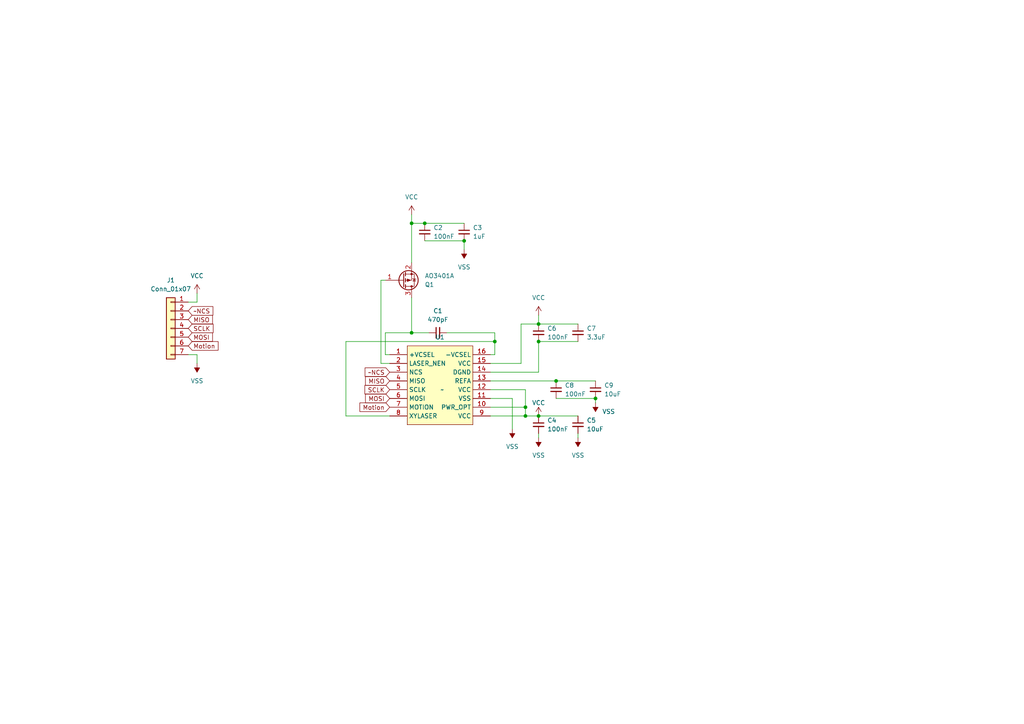
<source format=kicad_sch>
(kicad_sch (version 20230121) (generator eeschema)
  (paper "A4")
  (lib_symbols
    (symbol "Connector_Generic:Conn_01x07" (pin_names (offset 1.016) hide)
      (property "Reference" "J" (at 0 10.16 0))
      (property "Value" "Conn_01x07" (at 0 -10.16 0))
      (symbol "Conn_01x07_1_1"
        (rectangle (start -1.27 -7.493) (end 0 -7.747) (stroke (width 0.1524)))
        (rectangle (start -1.27 -4.953) (end 0 -5.207) (stroke (width 0.1524)))
        (rectangle (start -1.27 -2.413) (end 0 -2.667) (stroke (width 0.1524)))
        (rectangle (start -1.27 0.127) (end 0 -0.127) (stroke (width 0.1524)))
        (rectangle (start -1.27 2.667) (end 0 2.413) (stroke (width 0.1524)))
        (rectangle (start -1.27 5.207) (end 0 4.953) (stroke (width 0.1524)))
        (rectangle (start -1.27 7.747) (end 0 7.493) (stroke (width 0.1524)))
        (rectangle (start -1.27 8.89) (end 1.27 -8.89) (stroke (width 0.254)) (fill (type background)))
        (pin passive line (at -5.08 7.62 0) (length 3.81) (name "Pin_1") (number "1"))
        (pin passive line (at -5.08 5.08 0) (length 3.81) (name "Pin_2") (number "2"))
        (pin passive line (at -5.08 2.54 0) (length 3.81) (name "Pin_3") (number "3"))
        (pin passive line (at -5.08 0 0) (length 3.81) (name "Pin_4") (number "4"))
        (pin passive line (at -5.08 -2.54 0) (length 3.81) (name "Pin_5") (number "5"))
        (pin passive line (at -5.08 -5.08 0) (length 3.81) (name "Pin_6") (number "6"))
        (pin passive line (at -5.08 -7.62 0) (length 3.81) (name "Pin_7") (number "7"))
      )
    )
    (symbol "Device:C_Small" (pin_numbers hide) (pin_names (offset 0.254) hide)
      (property "Reference" "C" (at 0.254 1.778 0))
      (property "Value" "C_Small" (at 0.254 -2.032 0))
      (symbol "C_Small_0_1"
        (polyline (pts (xy -1.524 -0.508) (xy 1.524 -0.508)) (stroke (width 0.3302)))
        (polyline (pts (xy -1.524 0.508) (xy 1.524 0.508)) (stroke (width 0.3048)))
      )
      (symbol "C_Small_1_1"
        (pin passive line (at 0 2.54 270) (length 2.032) (name "~") (number "1"))
        (pin passive line (at 0 -2.54 90) (length 2.032) (name "~") (number "2"))
      )
    )
    (symbol "MouseSensors:ADNS9800"
      (property "Reference" "U" (at -8.89 -11.43 0))
      (symbol "ADNS9800_1_1"
        (rectangle (start -10.16 12.7) (end 8.89 -10.16) (fill (type background)))
        (pin input line (at -15.24 10.16 0) (length 5.08) (name "+VCSEL") (number "1"))
        (pin input line (at 13.97 -5.08 180) (length 5.08) (name "PWR_OPT") (number "10"))
        (pin input line (at 13.97 -2.54 180) (length 5.08) (name "VSS") (number "11"))
        (pin input line (at 13.97 0 180) (length 5.08) (name "VCC") (number "12"))
        (pin input line (at 13.97 2.54 180) (length 5.08) (name "REFA") (number "13"))
        (pin input line (at 13.97 5.08 180) (length 5.08) (name "DGND") (number "14"))
        (pin input line (at 13.97 7.62 180) (length 5.08) (name "VCC") (number "15"))
        (pin input line (at 13.97 10.16 180) (length 5.08) (name "-VCSEL") (number "16"))
        (pin input line (at -15.24 7.62 0) (length 5.08) (name "LASER_NEN") (number "2"))
        (pin input line (at -15.24 5.08 0) (length 5.08) (name "NCS") (number "3"))
        (pin input line (at -15.24 2.54 0) (length 5.08) (name "MISO") (number "4"))
        (pin input line (at -15.24 0 0) (length 5.08) (name "SCLK") (number "5"))
        (pin input line (at -15.24 -2.54 0) (length 5.08) (name "MOSI") (number "6"))
        (pin input line (at -15.24 -5.08 0) (length 5.08) (name "MOTION") (number "7"))
        (pin input line (at -15.24 -7.62 0) (length 5.08) (name "XYLASER") (number "8"))
        (pin input line (at 13.97 -7.62 180) (length 5.08) (name "VCC") (number "9"))
      )
    )
    (symbol "Transistor_FET:AO3401A" (pin_names hide)
      (property "Reference" "Q" (at 5.08 1.905 0))
      (property "Value" "AO3401A" (at 5.08 0 0))
      (symbol "AO3401A_0_1"
        (polyline (pts (xy 0.254 0) (xy -2.54 0)))
        (polyline (pts (xy 0.254 1.905) (xy 0.254 -1.905)) (stroke (width 0.254)))
        (polyline (pts (xy 0.762 -1.27) (xy 0.762 -2.286)) (stroke (width 0.254)))
        (polyline (pts (xy 0.762 0.508) (xy 0.762 -0.508)) (stroke (width 0.254)))
        (polyline (pts (xy 0.762 2.286) (xy 0.762 1.27)) (stroke (width 0.254)))
        (polyline (pts (xy 2.54 2.54) (xy 2.54 1.778)))
        (polyline (pts (xy 2.54 -2.54) (xy 2.54 0) (xy 0.762 0)))
        (polyline (pts (xy 0.762 1.778) (xy 3.302 1.778) (xy 3.302 -1.778) (xy 0.762 -1.778)))
        (polyline (pts (xy 2.286 0) (xy 1.27 0.381) (xy 1.27 -0.381) (xy 2.286 0)) (fill (type outline)))
        (polyline (pts (xy 2.794 -0.508) (xy 2.921 -0.381) (xy 3.683 -0.381) (xy 3.81 -0.254)))
        (polyline (pts (xy 3.302 -0.381) (xy 2.921 0.254) (xy 3.683 0.254) (xy 3.302 -0.381)))
        (circle (center 1.651 0) (radius 2.794) (stroke (width 0.254)))
        (circle (center 2.54 -1.778) (radius 0.254) (fill (type outline)))
        (circle (center 2.54 1.778) (radius 0.254) (fill (type outline)))
      )
      (symbol "AO3401A_1_1"
        (pin input line (at -5.08 0 0) (length 2.54) (name "G") (number "1"))
        (pin passive line (at 2.54 -5.08 90) (length 2.54) (name "S") (number "2"))
        (pin passive line (at 2.54 5.08 270) (length 2.54) (name "D") (number "3"))
      )
    )
    (symbol "power:VCC" (power) (pin_names (offset 0))
      (property "Value" "VCC" (at 0 3.81 0))
      (symbol "VCC_0_1"
        (polyline (pts (xy -0.762 1.27) (xy 0 2.54)))
        (polyline (pts (xy 0 0) (xy 0 2.54)))
        (polyline (pts (xy 0 2.54) (xy 0.762 1.27)))
      )
      (symbol "VCC_1_1"
        (pin power_in line (at 0 0 90) (length 0) hide (name "VCC") (number "1"))
      )
    )
    (symbol "power:VSS" (power) (pin_names (offset 0))
      (property "Value" "VSS" (at 0 3.81 0))
      (symbol "VSS_0_1"
        (polyline (pts (xy 0 0) (xy 0 2.54)))
        (polyline (pts (xy 0.762 1.27) (xy -0.762 1.27) (xy 0 2.54) (xy 0.762 1.27)) (fill (type outline)))
      )
      (symbol "VSS_1_1"
        (pin power_in line (at 0 0 90) (length 0) hide (name "VSS") (number "1"))
      )
    )
  )
  (junction (at 143.51 99.06))
  (junction (at 172.72 115.57))
  (junction (at 156.21 93.98))
  (junction (at 152.4 118.11))
  (junction (at 134.62 69.85))
  (junction (at 119.38 64.77))
  (junction (at 123.19 64.77))
  (junction (at 156.21 99.06))
  (junction (at 119.38 96.52))
  (junction (at 156.21 120.65))
  (junction (at 161.29 110.49))
  (junction (at 152.4 120.65))
  (wire (pts (xy 119.38 96.52) (xy 124.46 96.52)))
  (wire (pts (xy 152.4 120.65) (xy 142.24 120.65)))
  (wire (pts (xy 152.4 118.11) (xy 152.4 120.65)))
  (wire (pts (xy 110.49 105.41) (xy 113.03 105.41)))
  (wire (pts (xy 142.24 118.11) (xy 152.4 118.11)))
  (wire (pts (xy 57.15 102.87) (xy 57.15 105.41)))
  (wire (pts (xy 110.49 81.28) (xy 110.49 105.41)))
  (wire (pts (xy 156.21 125.73) (xy 156.21 127)))
  (wire (pts (xy 151.13 93.98) (xy 156.21 93.98)))
  (wire (pts (xy 172.72 116.84) (xy 172.72 115.57)))
  (wire (pts (xy 142.24 102.87) (xy 143.51 102.87)))
  (wire (pts (xy 142.24 107.95) (xy 156.21 107.95)))
  (wire (pts (xy 156.21 107.95) (xy 156.21 99.06)))
  (wire (pts (xy 142.24 113.03) (xy 152.4 113.03)))
  (wire (pts (xy 143.51 96.52) (xy 129.54 96.52)))
  (wire (pts (xy 100.33 120.65) (xy 100.33 99.06)))
  (wire (pts (xy 111.76 102.87) (xy 111.76 96.52)))
  (wire (pts (xy 161.29 110.49) (xy 172.72 110.49)))
  (wire (pts (xy 152.4 120.65) (xy 156.21 120.65)))
  (wire (pts (xy 119.38 64.77) (xy 123.19 64.77)))
  (wire (pts (xy 156.21 99.06) (xy 167.64 99.06)))
  (wire (pts (xy 156.21 93.98) (xy 167.64 93.98)))
  (wire (pts (xy 113.03 102.87) (xy 111.76 102.87)))
  (wire (pts (xy 152.4 113.03) (xy 152.4 118.11)))
  (wire (pts (xy 172.72 115.57) (xy 161.29 115.57)))
  (wire (pts (xy 156.21 91.44) (xy 156.21 93.98)))
  (wire (pts (xy 119.38 64.77) (xy 119.38 76.2)))
  (wire (pts (xy 111.76 81.28) (xy 110.49 81.28)))
  (wire (pts (xy 113.03 120.65) (xy 100.33 120.65)))
  (wire (pts (xy 143.51 102.87) (xy 143.51 99.06)))
  (wire (pts (xy 54.61 102.87) (xy 57.15 102.87)))
  (wire (pts (xy 57.15 87.63) (xy 54.61 87.63)))
  (wire (pts (xy 134.62 69.85) (xy 123.19 69.85)))
  (wire (pts (xy 142.24 110.49) (xy 161.29 110.49)))
  (wire (pts (xy 134.62 72.39) (xy 134.62 69.85)))
  (wire (pts (xy 148.59 124.46) (xy 148.59 115.57)))
  (wire (pts (xy 148.59 115.57) (xy 142.24 115.57)))
  (wire (pts (xy 123.19 64.77) (xy 134.62 64.77)))
  (wire (pts (xy 100.33 99.06) (xy 143.51 99.06)))
  (wire (pts (xy 156.21 120.65) (xy 167.64 120.65)))
  (wire (pts (xy 119.38 86.36) (xy 119.38 96.52)))
  (wire (pts (xy 167.64 125.73) (xy 167.64 127)))
  (wire (pts (xy 143.51 99.06) (xy 143.51 96.52)))
  (wire (pts (xy 111.76 96.52) (xy 119.38 96.52)))
  (wire (pts (xy 151.13 105.41) (xy 151.13 93.98)))
  (wire (pts (xy 119.38 62.23) (xy 119.38 64.77)))
  (wire (pts (xy 57.15 85.09) (xy 57.15 87.63)))
  (wire (pts (xy 142.24 105.41) (xy 151.13 105.41)))
  (global_label "SCLK" (shape input) (at 54.61 95.25 0) (property "Intersheetrefs" "${INTERSHEET_REFS}" (effects hide)))
  (global_label "Motion" (shape input) (at 113.03 118.11 180) (property "Intersheetrefs" "${INTERSHEET_REFS}" (effects hide)))
  (global_label "MOSI" (shape input) (at 113.03 115.57 180) (property "Intersheetrefs" "${INTERSHEET_REFS}" (effects hide)))
  (global_label "SCLK" (shape input) (at 113.03 113.03 180) (property "Intersheetrefs" "${INTERSHEET_REFS}" (effects hide)))
  (global_label "Motion" (shape input) (at 54.61 100.33 0) (property "Intersheetrefs" "${INTERSHEET_REFS}" (effects hide)))
  (global_label "MISO" (shape input) (at 54.61 92.71 0) (property "Intersheetrefs" "${INTERSHEET_REFS}" (effects hide)))
  (global_label "~NCS" (shape input) (at 54.61 90.17 0) (property "Intersheetrefs" "${INTERSHEET_REFS}" (effects hide)))
  (global_label "MISO" (shape input) (at 113.03 110.49 180) (property "Intersheetrefs" "${INTERSHEET_REFS}" (effects hide)))
  (global_label "MOSI" (shape input) (at 54.61 97.79 0) (property "Intersheetrefs" "${INTERSHEET_REFS}" (effects hide)))
  (global_label "~NCS" (shape input) (at 113.03 107.95 180) (property "Intersheetrefs" "${INTERSHEET_REFS}" (effects hide)))
  (symbol (lib_id "power:VSS") (at 57.15 105.41 180) (unit 1)
    (property "Reference" "#PWR010" (effects hide))
    (property "Value" "VSS" (at 57.15 110.49 0))
  )
  (symbol (lib_id "Device:C_Small") (at 123.19 67.31 0) (unit 1)
    (property "Reference" "C2" (at 125.73 66.0463 0) (effects (justify left)))
    (property "Value" "100nF" (at 125.73 68.5863 0) (effects (justify left)))
    (property "Footprint" "Capacitor_SMD:C_0805_2012Metric" (effects hide))
  )
  (symbol (lib_id "power:VCC") (at 57.15 85.09 0) (unit 1)
    (property "Reference" "#PWR09" (effects hide))
    (property "Value" "VCC" (at 57.15 80.01 0))
  )
  (symbol (lib_id "power:VSS") (at 134.62 72.39 180) (unit 1)
    (property "Reference" "#PWR08" (effects hide))
    (property "Value" "VSS" (at 134.62 77.47 0))
  )
  (symbol (lib_id "power:VSS") (at 156.21 127 180) (unit 1)
    (property "Reference" "#PWR03" (effects hide))
    (property "Value" "VSS" (at 156.21 132.08 0))
  )
  (symbol (lib_id "Device:C_Small") (at 156.21 123.19 0) (unit 1)
    (property "Reference" "C4" (at 158.75 121.9263 0) (effects (justify left)))
    (property "Value" "100nF" (at 158.75 124.4663 0) (effects (justify left)))
    (property "Footprint" "Capacitor_SMD:C_0805_2012Metric" (effects hide))
  )
  (symbol (lib_id "Device:C_Small") (at 156.21 96.52 0) (unit 1)
    (property "Reference" "C6" (at 158.75 95.2563 0) (effects (justify left)))
    (property "Value" "100nF" (at 158.75 97.7963 0) (effects (justify left)))
    (property "Footprint" "Capacitor_SMD:C_0805_2012Metric" (effects hide))
  )
  (symbol (lib_id "Device:C_Small") (at 172.72 113.03 0) (unit 1)
    (property "Reference" "C9" (at 175.26 111.7663 0) (effects (justify left)))
    (property "Value" "10uF" (at 175.26 114.3063 0) (effects (justify left)))
    (property "Footprint" "Capacitor_SMD:C_0805_2012Metric" (effects hide))
  )
  (symbol (lib_id "power:VSS") (at 172.72 116.84 180) (unit 1)
    (property "Reference" "#PWR06" (effects hide))
    (property "Value" "VSS" (at 176.53 119.38 0))
  )
  (symbol (lib_id "power:VSS") (at 148.59 124.46 180) (unit 1)
    (property "Reference" "#PWR01" (effects hide))
    (property "Value" "VSS" (at 148.59 129.54 0))
  )
  (symbol (lib_id "Device:C_Small") (at 161.29 113.03 0) (unit 1)
    (property "Reference" "C8" (at 163.83 111.7663 0) (effects (justify left)))
    (property "Value" "100nF" (at 163.83 114.3063 0) (effects (justify left)))
    (property "Footprint" "Capacitor_SMD:C_0805_2012Metric" (effects hide))
  )
  (symbol (lib_id "Transistor_FET:AO3401A") (at 116.84 81.28 0) (mirror x) (unit 1)
    (property "Reference" "Q1" (at 123.19 82.55 0) (effects (justify left)))
    (property "Value" "AO3401A" (at 123.19 80.01 0) (effects (justify left)))
    (property "Footprint" "Package_TO_SOT_SMD:SOT-23" (effects hide))
    (property "Datasheet" "http://www.aosmd.com/pdfs/datasheet/AO3401A.pdf" (effects hide))
  )
  (symbol (lib_id "power:VCC") (at 119.38 62.23 0) (unit 1)
    (property "Reference" "#PWR07" (effects hide))
    (property "Value" "VCC" (at 119.38 57.15 0))
  )
  (symbol (lib_id "Device:C_Small") (at 167.64 123.19 0) (unit 1)
    (property "Reference" "C5" (at 170.18 121.9263 0) (effects (justify left)))
    (property "Value" "10uF" (at 170.18 124.4663 0) (effects (justify left)))
    (property "Footprint" "Capacitor_SMD:C_0805_2012Metric" (effects hide))
  )
  (symbol (lib_id "Device:C_Small") (at 167.64 96.52 0) (unit 1)
    (property "Reference" "C7" (at 170.18 95.2563 0) (effects (justify left)))
    (property "Value" "3.3uF" (at 170.18 97.7963 0) (effects (justify left)))
    (property "Footprint" "Capacitor_SMD:C_0805_2012Metric" (effects hide))
  )
  (symbol (lib_id "power:VSS") (at 167.64 127 180) (unit 1)
    (property "Reference" "#PWR04" (effects hide))
    (property "Value" "VSS" (at 167.64 132.08 0))
  )
  (symbol (lib_id "Device:C_Small") (at 134.62 67.31 0) (unit 1)
    (property "Reference" "C3" (at 137.16 66.0463 0) (effects (justify left)))
    (property "Value" "1uF" (at 137.16 68.5863 0) (effects (justify left)))
    (property "Footprint" "Capacitor_SMD:C_0805_2012Metric" (effects hide))
  )
  (symbol (lib_id "MouseSensors:ADNS9800") (at 128.27 113.03 0) (unit 1)
    (property "Reference" "U1" (at 127.5972 97.79 0))
    (property "Value" "~" (at 128.27 113.03 0))
  )
  (symbol (lib_id "power:VCC") (at 156.21 120.65 0) (unit 1)
    (property "Reference" "#PWR02" (effects hide))
    (property "Value" "VCC" (at 156.21 116.84 0))
  )
  (symbol (lib_id "power:VCC") (at 156.21 91.44 0) (unit 1)
    (property "Reference" "#PWR05" (effects hide))
    (property "Value" "VCC" (at 156.21 86.36 0))
  )
  (symbol (lib_id "Connector_Generic:Conn_01x07") (at 49.53 95.25 0) (mirror y) (unit 1)
    (property "Reference" "J1" (at 49.53 81.28 0))
    (property "Value" "Conn_01x07" (at 49.53 83.82 0))
    (property "Footprint" "Connector_PinHeader_2.54mm:PinHeader_1x07_P2.54mm_Vertical" (effects hide))
  )
  (symbol (lib_id "Device:C_Small") (at 127 96.52 90) (unit 1)
    (property "Reference" "C1" (at 127.0063 90.17 90))
    (property "Value" "470pF" (at 127.0063 92.71 90))
    (property "Footprint" "Capacitor_SMD:C_0805_2012Metric" (effects hide))
  )
)
</source>
